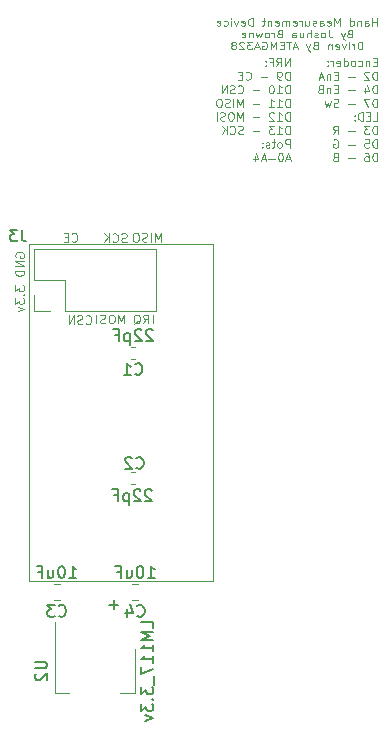
<source format=gbr>
G04 #@! TF.GenerationSoftware,KiCad,Pcbnew,(5.1.4-0-10_14)*
G04 #@! TF.CreationDate,2020-05-04T21:59:13+12:00*
G04 #@! TF.ProjectId,Hand Mesurement Device,48616e64-204d-4657-9375-72656d656e74,rev?*
G04 #@! TF.SameCoordinates,Original*
G04 #@! TF.FileFunction,Legend,Bot*
G04 #@! TF.FilePolarity,Positive*
%FSLAX46Y46*%
G04 Gerber Fmt 4.6, Leading zero omitted, Abs format (unit mm)*
G04 Created by KiCad (PCBNEW (5.1.4-0-10_14)) date 2020-05-04 21:59:13*
%MOMM*%
%LPD*%
G04 APERTURE LIST*
%ADD10C,0.100000*%
%ADD11C,0.120000*%
%ADD12C,0.150000*%
G04 APERTURE END LIST*
D10*
X149693333Y-71341666D02*
X149693333Y-70641666D01*
X149293333Y-71341666D01*
X149293333Y-70641666D01*
X148560000Y-71341666D02*
X148793333Y-71008333D01*
X148960000Y-71341666D02*
X148960000Y-70641666D01*
X148693333Y-70641666D01*
X148626666Y-70675000D01*
X148593333Y-70708333D01*
X148560000Y-70775000D01*
X148560000Y-70875000D01*
X148593333Y-70941666D01*
X148626666Y-70975000D01*
X148693333Y-71008333D01*
X148960000Y-71008333D01*
X148026666Y-70975000D02*
X148260000Y-70975000D01*
X148260000Y-71341666D02*
X148260000Y-70641666D01*
X147926666Y-70641666D01*
X147660000Y-71275000D02*
X147626666Y-71308333D01*
X147660000Y-71341666D01*
X147693333Y-71308333D01*
X147660000Y-71275000D01*
X147660000Y-71341666D01*
X147660000Y-70908333D02*
X147626666Y-70941666D01*
X147660000Y-70975000D01*
X147693333Y-70941666D01*
X147660000Y-70908333D01*
X147660000Y-70975000D01*
X149693333Y-72491666D02*
X149693333Y-71791666D01*
X149526666Y-71791666D01*
X149426666Y-71825000D01*
X149360000Y-71891666D01*
X149326666Y-71958333D01*
X149293333Y-72091666D01*
X149293333Y-72191666D01*
X149326666Y-72325000D01*
X149360000Y-72391666D01*
X149426666Y-72458333D01*
X149526666Y-72491666D01*
X149693333Y-72491666D01*
X148960000Y-72491666D02*
X148826666Y-72491666D01*
X148760000Y-72458333D01*
X148726666Y-72425000D01*
X148660000Y-72325000D01*
X148626666Y-72191666D01*
X148626666Y-71925000D01*
X148660000Y-71858333D01*
X148693333Y-71825000D01*
X148760000Y-71791666D01*
X148893333Y-71791666D01*
X148960000Y-71825000D01*
X148993333Y-71858333D01*
X149026666Y-71925000D01*
X149026666Y-72091666D01*
X148993333Y-72158333D01*
X148960000Y-72191666D01*
X148893333Y-72225000D01*
X148760000Y-72225000D01*
X148693333Y-72191666D01*
X148660000Y-72158333D01*
X148626666Y-72091666D01*
X147793333Y-72225000D02*
X147260000Y-72225000D01*
X145993333Y-72425000D02*
X146026666Y-72458333D01*
X146126666Y-72491666D01*
X146193333Y-72491666D01*
X146293333Y-72458333D01*
X146360000Y-72391666D01*
X146393333Y-72325000D01*
X146426666Y-72191666D01*
X146426666Y-72091666D01*
X146393333Y-71958333D01*
X146360000Y-71891666D01*
X146293333Y-71825000D01*
X146193333Y-71791666D01*
X146126666Y-71791666D01*
X146026666Y-71825000D01*
X145993333Y-71858333D01*
X145693333Y-72125000D02*
X145460000Y-72125000D01*
X145360000Y-72491666D02*
X145693333Y-72491666D01*
X145693333Y-71791666D01*
X145360000Y-71791666D01*
X149693333Y-73641666D02*
X149693333Y-72941666D01*
X149526666Y-72941666D01*
X149426666Y-72975000D01*
X149360000Y-73041666D01*
X149326666Y-73108333D01*
X149293333Y-73241666D01*
X149293333Y-73341666D01*
X149326666Y-73475000D01*
X149360000Y-73541666D01*
X149426666Y-73608333D01*
X149526666Y-73641666D01*
X149693333Y-73641666D01*
X148626666Y-73641666D02*
X149026666Y-73641666D01*
X148826666Y-73641666D02*
X148826666Y-72941666D01*
X148893333Y-73041666D01*
X148960000Y-73108333D01*
X149026666Y-73141666D01*
X148193333Y-72941666D02*
X148126666Y-72941666D01*
X148060000Y-72975000D01*
X148026666Y-73008333D01*
X147993333Y-73075000D01*
X147960000Y-73208333D01*
X147960000Y-73375000D01*
X147993333Y-73508333D01*
X148026666Y-73575000D01*
X148060000Y-73608333D01*
X148126666Y-73641666D01*
X148193333Y-73641666D01*
X148260000Y-73608333D01*
X148293333Y-73575000D01*
X148326666Y-73508333D01*
X148360000Y-73375000D01*
X148360000Y-73208333D01*
X148326666Y-73075000D01*
X148293333Y-73008333D01*
X148260000Y-72975000D01*
X148193333Y-72941666D01*
X147126666Y-73375000D02*
X146593333Y-73375000D01*
X145326666Y-73575000D02*
X145360000Y-73608333D01*
X145460000Y-73641666D01*
X145526666Y-73641666D01*
X145626666Y-73608333D01*
X145693333Y-73541666D01*
X145726666Y-73475000D01*
X145760000Y-73341666D01*
X145760000Y-73241666D01*
X145726666Y-73108333D01*
X145693333Y-73041666D01*
X145626666Y-72975000D01*
X145526666Y-72941666D01*
X145460000Y-72941666D01*
X145360000Y-72975000D01*
X145326666Y-73008333D01*
X145060000Y-73608333D02*
X144960000Y-73641666D01*
X144793333Y-73641666D01*
X144726666Y-73608333D01*
X144693333Y-73575000D01*
X144660000Y-73508333D01*
X144660000Y-73441666D01*
X144693333Y-73375000D01*
X144726666Y-73341666D01*
X144793333Y-73308333D01*
X144926666Y-73275000D01*
X144993333Y-73241666D01*
X145026666Y-73208333D01*
X145060000Y-73141666D01*
X145060000Y-73075000D01*
X145026666Y-73008333D01*
X144993333Y-72975000D01*
X144926666Y-72941666D01*
X144760000Y-72941666D01*
X144660000Y-72975000D01*
X144360000Y-73641666D02*
X144360000Y-72941666D01*
X143960000Y-73641666D01*
X143960000Y-72941666D01*
X149693333Y-74791666D02*
X149693333Y-74091666D01*
X149526666Y-74091666D01*
X149426666Y-74125000D01*
X149360000Y-74191666D01*
X149326666Y-74258333D01*
X149293333Y-74391666D01*
X149293333Y-74491666D01*
X149326666Y-74625000D01*
X149360000Y-74691666D01*
X149426666Y-74758333D01*
X149526666Y-74791666D01*
X149693333Y-74791666D01*
X148626666Y-74791666D02*
X149026666Y-74791666D01*
X148826666Y-74791666D02*
X148826666Y-74091666D01*
X148893333Y-74191666D01*
X148960000Y-74258333D01*
X149026666Y-74291666D01*
X147960000Y-74791666D02*
X148360000Y-74791666D01*
X148160000Y-74791666D02*
X148160000Y-74091666D01*
X148226666Y-74191666D01*
X148293333Y-74258333D01*
X148360000Y-74291666D01*
X147126666Y-74525000D02*
X146593333Y-74525000D01*
X145726666Y-74791666D02*
X145726666Y-74091666D01*
X145493333Y-74591666D01*
X145260000Y-74091666D01*
X145260000Y-74791666D01*
X144926666Y-74791666D02*
X144926666Y-74091666D01*
X144626666Y-74758333D02*
X144526666Y-74791666D01*
X144360000Y-74791666D01*
X144293333Y-74758333D01*
X144260000Y-74725000D01*
X144226666Y-74658333D01*
X144226666Y-74591666D01*
X144260000Y-74525000D01*
X144293333Y-74491666D01*
X144360000Y-74458333D01*
X144493333Y-74425000D01*
X144560000Y-74391666D01*
X144593333Y-74358333D01*
X144626666Y-74291666D01*
X144626666Y-74225000D01*
X144593333Y-74158333D01*
X144560000Y-74125000D01*
X144493333Y-74091666D01*
X144326666Y-74091666D01*
X144226666Y-74125000D01*
X143793333Y-74091666D02*
X143660000Y-74091666D01*
X143593333Y-74125000D01*
X143526666Y-74191666D01*
X143493333Y-74325000D01*
X143493333Y-74558333D01*
X143526666Y-74691666D01*
X143593333Y-74758333D01*
X143660000Y-74791666D01*
X143793333Y-74791666D01*
X143860000Y-74758333D01*
X143926666Y-74691666D01*
X143960000Y-74558333D01*
X143960000Y-74325000D01*
X143926666Y-74191666D01*
X143860000Y-74125000D01*
X143793333Y-74091666D01*
X149693333Y-75941666D02*
X149693333Y-75241666D01*
X149526666Y-75241666D01*
X149426666Y-75275000D01*
X149360000Y-75341666D01*
X149326666Y-75408333D01*
X149293333Y-75541666D01*
X149293333Y-75641666D01*
X149326666Y-75775000D01*
X149360000Y-75841666D01*
X149426666Y-75908333D01*
X149526666Y-75941666D01*
X149693333Y-75941666D01*
X148626666Y-75941666D02*
X149026666Y-75941666D01*
X148826666Y-75941666D02*
X148826666Y-75241666D01*
X148893333Y-75341666D01*
X148960000Y-75408333D01*
X149026666Y-75441666D01*
X148360000Y-75308333D02*
X148326666Y-75275000D01*
X148260000Y-75241666D01*
X148093333Y-75241666D01*
X148026666Y-75275000D01*
X147993333Y-75308333D01*
X147960000Y-75375000D01*
X147960000Y-75441666D01*
X147993333Y-75541666D01*
X148393333Y-75941666D01*
X147960000Y-75941666D01*
X147126666Y-75675000D02*
X146593333Y-75675000D01*
X145726666Y-75941666D02*
X145726666Y-75241666D01*
X145493333Y-75741666D01*
X145260000Y-75241666D01*
X145260000Y-75941666D01*
X144793333Y-75241666D02*
X144660000Y-75241666D01*
X144593333Y-75275000D01*
X144526666Y-75341666D01*
X144493333Y-75475000D01*
X144493333Y-75708333D01*
X144526666Y-75841666D01*
X144593333Y-75908333D01*
X144660000Y-75941666D01*
X144793333Y-75941666D01*
X144860000Y-75908333D01*
X144926666Y-75841666D01*
X144960000Y-75708333D01*
X144960000Y-75475000D01*
X144926666Y-75341666D01*
X144860000Y-75275000D01*
X144793333Y-75241666D01*
X144226666Y-75908333D02*
X144126666Y-75941666D01*
X143960000Y-75941666D01*
X143893333Y-75908333D01*
X143860000Y-75875000D01*
X143826666Y-75808333D01*
X143826666Y-75741666D01*
X143860000Y-75675000D01*
X143893333Y-75641666D01*
X143960000Y-75608333D01*
X144093333Y-75575000D01*
X144160000Y-75541666D01*
X144193333Y-75508333D01*
X144226666Y-75441666D01*
X144226666Y-75375000D01*
X144193333Y-75308333D01*
X144160000Y-75275000D01*
X144093333Y-75241666D01*
X143926666Y-75241666D01*
X143826666Y-75275000D01*
X143526666Y-75941666D02*
X143526666Y-75241666D01*
X149693333Y-77091666D02*
X149693333Y-76391666D01*
X149526666Y-76391666D01*
X149426666Y-76425000D01*
X149360000Y-76491666D01*
X149326666Y-76558333D01*
X149293333Y-76691666D01*
X149293333Y-76791666D01*
X149326666Y-76925000D01*
X149360000Y-76991666D01*
X149426666Y-77058333D01*
X149526666Y-77091666D01*
X149693333Y-77091666D01*
X148626666Y-77091666D02*
X149026666Y-77091666D01*
X148826666Y-77091666D02*
X148826666Y-76391666D01*
X148893333Y-76491666D01*
X148960000Y-76558333D01*
X149026666Y-76591666D01*
X148393333Y-76391666D02*
X147960000Y-76391666D01*
X148193333Y-76658333D01*
X148093333Y-76658333D01*
X148026666Y-76691666D01*
X147993333Y-76725000D01*
X147960000Y-76791666D01*
X147960000Y-76958333D01*
X147993333Y-77025000D01*
X148026666Y-77058333D01*
X148093333Y-77091666D01*
X148293333Y-77091666D01*
X148360000Y-77058333D01*
X148393333Y-77025000D01*
X147126666Y-76825000D02*
X146593333Y-76825000D01*
X145760000Y-77058333D02*
X145660000Y-77091666D01*
X145493333Y-77091666D01*
X145426666Y-77058333D01*
X145393333Y-77025000D01*
X145360000Y-76958333D01*
X145360000Y-76891666D01*
X145393333Y-76825000D01*
X145426666Y-76791666D01*
X145493333Y-76758333D01*
X145626666Y-76725000D01*
X145693333Y-76691666D01*
X145726666Y-76658333D01*
X145760000Y-76591666D01*
X145760000Y-76525000D01*
X145726666Y-76458333D01*
X145693333Y-76425000D01*
X145626666Y-76391666D01*
X145460000Y-76391666D01*
X145360000Y-76425000D01*
X144660000Y-77025000D02*
X144693333Y-77058333D01*
X144793333Y-77091666D01*
X144860000Y-77091666D01*
X144960000Y-77058333D01*
X145026666Y-76991666D01*
X145060000Y-76925000D01*
X145093333Y-76791666D01*
X145093333Y-76691666D01*
X145060000Y-76558333D01*
X145026666Y-76491666D01*
X144960000Y-76425000D01*
X144860000Y-76391666D01*
X144793333Y-76391666D01*
X144693333Y-76425000D01*
X144660000Y-76458333D01*
X144360000Y-77091666D02*
X144360000Y-76391666D01*
X143960000Y-77091666D02*
X144260000Y-76691666D01*
X143960000Y-76391666D02*
X144360000Y-76791666D01*
X149693333Y-78241666D02*
X149693333Y-77541666D01*
X149426666Y-77541666D01*
X149360000Y-77575000D01*
X149326666Y-77608333D01*
X149293333Y-77675000D01*
X149293333Y-77775000D01*
X149326666Y-77841666D01*
X149360000Y-77875000D01*
X149426666Y-77908333D01*
X149693333Y-77908333D01*
X148893333Y-78241666D02*
X148960000Y-78208333D01*
X148993333Y-78175000D01*
X149026666Y-78108333D01*
X149026666Y-77908333D01*
X148993333Y-77841666D01*
X148960000Y-77808333D01*
X148893333Y-77775000D01*
X148793333Y-77775000D01*
X148726666Y-77808333D01*
X148693333Y-77841666D01*
X148660000Y-77908333D01*
X148660000Y-78108333D01*
X148693333Y-78175000D01*
X148726666Y-78208333D01*
X148793333Y-78241666D01*
X148893333Y-78241666D01*
X148460000Y-77775000D02*
X148193333Y-77775000D01*
X148360000Y-77541666D02*
X148360000Y-78141666D01*
X148326666Y-78208333D01*
X148260000Y-78241666D01*
X148193333Y-78241666D01*
X147993333Y-78208333D02*
X147926666Y-78241666D01*
X147793333Y-78241666D01*
X147726666Y-78208333D01*
X147693333Y-78141666D01*
X147693333Y-78108333D01*
X147726666Y-78041666D01*
X147793333Y-78008333D01*
X147893333Y-78008333D01*
X147960000Y-77975000D01*
X147993333Y-77908333D01*
X147993333Y-77875000D01*
X147960000Y-77808333D01*
X147893333Y-77775000D01*
X147793333Y-77775000D01*
X147726666Y-77808333D01*
X147393333Y-78175000D02*
X147360000Y-78208333D01*
X147393333Y-78241666D01*
X147426666Y-78208333D01*
X147393333Y-78175000D01*
X147393333Y-78241666D01*
X147393333Y-77808333D02*
X147360000Y-77841666D01*
X147393333Y-77875000D01*
X147426666Y-77841666D01*
X147393333Y-77808333D01*
X147393333Y-77875000D01*
X149726666Y-79191666D02*
X149393333Y-79191666D01*
X149793333Y-79391666D02*
X149560000Y-78691666D01*
X149326666Y-79391666D01*
X148960000Y-78691666D02*
X148893333Y-78691666D01*
X148826666Y-78725000D01*
X148793333Y-78758333D01*
X148760000Y-78825000D01*
X148726666Y-78958333D01*
X148726666Y-79125000D01*
X148760000Y-79258333D01*
X148793333Y-79325000D01*
X148826666Y-79358333D01*
X148893333Y-79391666D01*
X148960000Y-79391666D01*
X149026666Y-79358333D01*
X149060000Y-79325000D01*
X149093333Y-79258333D01*
X149126666Y-79125000D01*
X149126666Y-78958333D01*
X149093333Y-78825000D01*
X149060000Y-78758333D01*
X149026666Y-78725000D01*
X148960000Y-78691666D01*
X148493333Y-79158333D02*
X147893333Y-79158333D01*
X147660000Y-79191666D02*
X147326666Y-79191666D01*
X147726666Y-79391666D02*
X147493333Y-78691666D01*
X147260000Y-79391666D01*
X146726666Y-78925000D02*
X146726666Y-79391666D01*
X146893333Y-78658333D02*
X147060000Y-79158333D01*
X146626666Y-79158333D01*
X157093333Y-70975000D02*
X156860000Y-70975000D01*
X156760000Y-71341666D02*
X157093333Y-71341666D01*
X157093333Y-70641666D01*
X156760000Y-70641666D01*
X156460000Y-70875000D02*
X156460000Y-71341666D01*
X156460000Y-70941666D02*
X156426666Y-70908333D01*
X156360000Y-70875000D01*
X156260000Y-70875000D01*
X156193333Y-70908333D01*
X156160000Y-70975000D01*
X156160000Y-71341666D01*
X155526666Y-71308333D02*
X155593333Y-71341666D01*
X155726666Y-71341666D01*
X155793333Y-71308333D01*
X155826666Y-71275000D01*
X155860000Y-71208333D01*
X155860000Y-71008333D01*
X155826666Y-70941666D01*
X155793333Y-70908333D01*
X155726666Y-70875000D01*
X155593333Y-70875000D01*
X155526666Y-70908333D01*
X155126666Y-71341666D02*
X155193333Y-71308333D01*
X155226666Y-71275000D01*
X155260000Y-71208333D01*
X155260000Y-71008333D01*
X155226666Y-70941666D01*
X155193333Y-70908333D01*
X155126666Y-70875000D01*
X155026666Y-70875000D01*
X154960000Y-70908333D01*
X154926666Y-70941666D01*
X154893333Y-71008333D01*
X154893333Y-71208333D01*
X154926666Y-71275000D01*
X154960000Y-71308333D01*
X155026666Y-71341666D01*
X155126666Y-71341666D01*
X154293333Y-71341666D02*
X154293333Y-70641666D01*
X154293333Y-71308333D02*
X154360000Y-71341666D01*
X154493333Y-71341666D01*
X154560000Y-71308333D01*
X154593333Y-71275000D01*
X154626666Y-71208333D01*
X154626666Y-71008333D01*
X154593333Y-70941666D01*
X154560000Y-70908333D01*
X154493333Y-70875000D01*
X154360000Y-70875000D01*
X154293333Y-70908333D01*
X153693333Y-71308333D02*
X153760000Y-71341666D01*
X153893333Y-71341666D01*
X153960000Y-71308333D01*
X153993333Y-71241666D01*
X153993333Y-70975000D01*
X153960000Y-70908333D01*
X153893333Y-70875000D01*
X153760000Y-70875000D01*
X153693333Y-70908333D01*
X153660000Y-70975000D01*
X153660000Y-71041666D01*
X153993333Y-71108333D01*
X153360000Y-71341666D02*
X153360000Y-70875000D01*
X153360000Y-71008333D02*
X153326666Y-70941666D01*
X153293333Y-70908333D01*
X153226666Y-70875000D01*
X153160000Y-70875000D01*
X152926666Y-71275000D02*
X152893333Y-71308333D01*
X152926666Y-71341666D01*
X152960000Y-71308333D01*
X152926666Y-71275000D01*
X152926666Y-71341666D01*
X152926666Y-70908333D02*
X152893333Y-70941666D01*
X152926666Y-70975000D01*
X152960000Y-70941666D01*
X152926666Y-70908333D01*
X152926666Y-70975000D01*
X157093333Y-72491666D02*
X157093333Y-71791666D01*
X156926666Y-71791666D01*
X156826666Y-71825000D01*
X156760000Y-71891666D01*
X156726666Y-71958333D01*
X156693333Y-72091666D01*
X156693333Y-72191666D01*
X156726666Y-72325000D01*
X156760000Y-72391666D01*
X156826666Y-72458333D01*
X156926666Y-72491666D01*
X157093333Y-72491666D01*
X156426666Y-71858333D02*
X156393333Y-71825000D01*
X156326666Y-71791666D01*
X156160000Y-71791666D01*
X156093333Y-71825000D01*
X156060000Y-71858333D01*
X156026666Y-71925000D01*
X156026666Y-71991666D01*
X156060000Y-72091666D01*
X156460000Y-72491666D01*
X156026666Y-72491666D01*
X155193333Y-72225000D02*
X154660000Y-72225000D01*
X153793333Y-72125000D02*
X153560000Y-72125000D01*
X153460000Y-72491666D02*
X153793333Y-72491666D01*
X153793333Y-71791666D01*
X153460000Y-71791666D01*
X153160000Y-72025000D02*
X153160000Y-72491666D01*
X153160000Y-72091666D02*
X153126666Y-72058333D01*
X153060000Y-72025000D01*
X152960000Y-72025000D01*
X152893333Y-72058333D01*
X152860000Y-72125000D01*
X152860000Y-72491666D01*
X152560000Y-72291666D02*
X152226666Y-72291666D01*
X152626666Y-72491666D02*
X152393333Y-71791666D01*
X152160000Y-72491666D01*
X157093333Y-73641666D02*
X157093333Y-72941666D01*
X156926666Y-72941666D01*
X156826666Y-72975000D01*
X156760000Y-73041666D01*
X156726666Y-73108333D01*
X156693333Y-73241666D01*
X156693333Y-73341666D01*
X156726666Y-73475000D01*
X156760000Y-73541666D01*
X156826666Y-73608333D01*
X156926666Y-73641666D01*
X157093333Y-73641666D01*
X156093333Y-73175000D02*
X156093333Y-73641666D01*
X156260000Y-72908333D02*
X156426666Y-73408333D01*
X155993333Y-73408333D01*
X155193333Y-73375000D02*
X154660000Y-73375000D01*
X153793333Y-73275000D02*
X153560000Y-73275000D01*
X153460000Y-73641666D02*
X153793333Y-73641666D01*
X153793333Y-72941666D01*
X153460000Y-72941666D01*
X153160000Y-73175000D02*
X153160000Y-73641666D01*
X153160000Y-73241666D02*
X153126666Y-73208333D01*
X153060000Y-73175000D01*
X152960000Y-73175000D01*
X152893333Y-73208333D01*
X152860000Y-73275000D01*
X152860000Y-73641666D01*
X152293333Y-73275000D02*
X152193333Y-73308333D01*
X152160000Y-73341666D01*
X152126666Y-73408333D01*
X152126666Y-73508333D01*
X152160000Y-73575000D01*
X152193333Y-73608333D01*
X152260000Y-73641666D01*
X152526666Y-73641666D01*
X152526666Y-72941666D01*
X152293333Y-72941666D01*
X152226666Y-72975000D01*
X152193333Y-73008333D01*
X152160000Y-73075000D01*
X152160000Y-73141666D01*
X152193333Y-73208333D01*
X152226666Y-73241666D01*
X152293333Y-73275000D01*
X152526666Y-73275000D01*
X157093333Y-74791666D02*
X157093333Y-74091666D01*
X156926666Y-74091666D01*
X156826666Y-74125000D01*
X156760000Y-74191666D01*
X156726666Y-74258333D01*
X156693333Y-74391666D01*
X156693333Y-74491666D01*
X156726666Y-74625000D01*
X156760000Y-74691666D01*
X156826666Y-74758333D01*
X156926666Y-74791666D01*
X157093333Y-74791666D01*
X156460000Y-74091666D02*
X155993333Y-74091666D01*
X156293333Y-74791666D01*
X155193333Y-74525000D02*
X154660000Y-74525000D01*
X153826666Y-74758333D02*
X153726666Y-74791666D01*
X153560000Y-74791666D01*
X153493333Y-74758333D01*
X153460000Y-74725000D01*
X153426666Y-74658333D01*
X153426666Y-74591666D01*
X153460000Y-74525000D01*
X153493333Y-74491666D01*
X153560000Y-74458333D01*
X153693333Y-74425000D01*
X153760000Y-74391666D01*
X153793333Y-74358333D01*
X153826666Y-74291666D01*
X153826666Y-74225000D01*
X153793333Y-74158333D01*
X153760000Y-74125000D01*
X153693333Y-74091666D01*
X153526666Y-74091666D01*
X153426666Y-74125000D01*
X153193333Y-74325000D02*
X153060000Y-74791666D01*
X152926666Y-74458333D01*
X152793333Y-74791666D01*
X152660000Y-74325000D01*
X156760000Y-75941666D02*
X157093333Y-75941666D01*
X157093333Y-75241666D01*
X156526666Y-75575000D02*
X156293333Y-75575000D01*
X156193333Y-75941666D02*
X156526666Y-75941666D01*
X156526666Y-75241666D01*
X156193333Y-75241666D01*
X155893333Y-75941666D02*
X155893333Y-75241666D01*
X155726666Y-75241666D01*
X155626666Y-75275000D01*
X155560000Y-75341666D01*
X155526666Y-75408333D01*
X155493333Y-75541666D01*
X155493333Y-75641666D01*
X155526666Y-75775000D01*
X155560000Y-75841666D01*
X155626666Y-75908333D01*
X155726666Y-75941666D01*
X155893333Y-75941666D01*
X155193333Y-75875000D02*
X155160000Y-75908333D01*
X155193333Y-75941666D01*
X155226666Y-75908333D01*
X155193333Y-75875000D01*
X155193333Y-75941666D01*
X155193333Y-75508333D02*
X155160000Y-75541666D01*
X155193333Y-75575000D01*
X155226666Y-75541666D01*
X155193333Y-75508333D01*
X155193333Y-75575000D01*
X157093333Y-77091666D02*
X157093333Y-76391666D01*
X156926666Y-76391666D01*
X156826666Y-76425000D01*
X156760000Y-76491666D01*
X156726666Y-76558333D01*
X156693333Y-76691666D01*
X156693333Y-76791666D01*
X156726666Y-76925000D01*
X156760000Y-76991666D01*
X156826666Y-77058333D01*
X156926666Y-77091666D01*
X157093333Y-77091666D01*
X156460000Y-76391666D02*
X156026666Y-76391666D01*
X156260000Y-76658333D01*
X156160000Y-76658333D01*
X156093333Y-76691666D01*
X156060000Y-76725000D01*
X156026666Y-76791666D01*
X156026666Y-76958333D01*
X156060000Y-77025000D01*
X156093333Y-77058333D01*
X156160000Y-77091666D01*
X156360000Y-77091666D01*
X156426666Y-77058333D01*
X156460000Y-77025000D01*
X155193333Y-76825000D02*
X154660000Y-76825000D01*
X153393333Y-77091666D02*
X153626666Y-76758333D01*
X153793333Y-77091666D02*
X153793333Y-76391666D01*
X153526666Y-76391666D01*
X153460000Y-76425000D01*
X153426666Y-76458333D01*
X153393333Y-76525000D01*
X153393333Y-76625000D01*
X153426666Y-76691666D01*
X153460000Y-76725000D01*
X153526666Y-76758333D01*
X153793333Y-76758333D01*
X157093333Y-78241666D02*
X157093333Y-77541666D01*
X156926666Y-77541666D01*
X156826666Y-77575000D01*
X156760000Y-77641666D01*
X156726666Y-77708333D01*
X156693333Y-77841666D01*
X156693333Y-77941666D01*
X156726666Y-78075000D01*
X156760000Y-78141666D01*
X156826666Y-78208333D01*
X156926666Y-78241666D01*
X157093333Y-78241666D01*
X156060000Y-77541666D02*
X156393333Y-77541666D01*
X156426666Y-77875000D01*
X156393333Y-77841666D01*
X156326666Y-77808333D01*
X156160000Y-77808333D01*
X156093333Y-77841666D01*
X156060000Y-77875000D01*
X156026666Y-77941666D01*
X156026666Y-78108333D01*
X156060000Y-78175000D01*
X156093333Y-78208333D01*
X156160000Y-78241666D01*
X156326666Y-78241666D01*
X156393333Y-78208333D01*
X156426666Y-78175000D01*
X155193333Y-77975000D02*
X154660000Y-77975000D01*
X153426666Y-77575000D02*
X153493333Y-77541666D01*
X153593333Y-77541666D01*
X153693333Y-77575000D01*
X153760000Y-77641666D01*
X153793333Y-77708333D01*
X153826666Y-77841666D01*
X153826666Y-77941666D01*
X153793333Y-78075000D01*
X153760000Y-78141666D01*
X153693333Y-78208333D01*
X153593333Y-78241666D01*
X153526666Y-78241666D01*
X153426666Y-78208333D01*
X153393333Y-78175000D01*
X153393333Y-77941666D01*
X153526666Y-77941666D01*
X157093333Y-79391666D02*
X157093333Y-78691666D01*
X156926666Y-78691666D01*
X156826666Y-78725000D01*
X156760000Y-78791666D01*
X156726666Y-78858333D01*
X156693333Y-78991666D01*
X156693333Y-79091666D01*
X156726666Y-79225000D01*
X156760000Y-79291666D01*
X156826666Y-79358333D01*
X156926666Y-79391666D01*
X157093333Y-79391666D01*
X156093333Y-78691666D02*
X156226666Y-78691666D01*
X156293333Y-78725000D01*
X156326666Y-78758333D01*
X156393333Y-78858333D01*
X156426666Y-78991666D01*
X156426666Y-79258333D01*
X156393333Y-79325000D01*
X156360000Y-79358333D01*
X156293333Y-79391666D01*
X156160000Y-79391666D01*
X156093333Y-79358333D01*
X156060000Y-79325000D01*
X156026666Y-79258333D01*
X156026666Y-79091666D01*
X156060000Y-79025000D01*
X156093333Y-78991666D01*
X156160000Y-78958333D01*
X156293333Y-78958333D01*
X156360000Y-78991666D01*
X156393333Y-79025000D01*
X156426666Y-79091666D01*
X155193333Y-79125000D02*
X154660000Y-79125000D01*
X153560000Y-79025000D02*
X153460000Y-79058333D01*
X153426666Y-79091666D01*
X153393333Y-79158333D01*
X153393333Y-79258333D01*
X153426666Y-79325000D01*
X153460000Y-79358333D01*
X153526666Y-79391666D01*
X153793333Y-79391666D01*
X153793333Y-78691666D01*
X153560000Y-78691666D01*
X153493333Y-78725000D01*
X153460000Y-78758333D01*
X153426666Y-78825000D01*
X153426666Y-78891666D01*
X153460000Y-78958333D01*
X153493333Y-78991666D01*
X153560000Y-79025000D01*
X153793333Y-79025000D01*
X157108333Y-67896428D02*
X157108333Y-67296428D01*
X157108333Y-67582142D02*
X156708333Y-67582142D01*
X156708333Y-67896428D02*
X156708333Y-67296428D01*
X156075000Y-67896428D02*
X156075000Y-67582142D01*
X156108333Y-67525000D01*
X156175000Y-67496428D01*
X156308333Y-67496428D01*
X156375000Y-67525000D01*
X156075000Y-67867857D02*
X156141666Y-67896428D01*
X156308333Y-67896428D01*
X156375000Y-67867857D01*
X156408333Y-67810714D01*
X156408333Y-67753571D01*
X156375000Y-67696428D01*
X156308333Y-67667857D01*
X156141666Y-67667857D01*
X156075000Y-67639285D01*
X155741666Y-67496428D02*
X155741666Y-67896428D01*
X155741666Y-67553571D02*
X155708333Y-67525000D01*
X155641666Y-67496428D01*
X155541666Y-67496428D01*
X155475000Y-67525000D01*
X155441666Y-67582142D01*
X155441666Y-67896428D01*
X154808333Y-67896428D02*
X154808333Y-67296428D01*
X154808333Y-67867857D02*
X154875000Y-67896428D01*
X155008333Y-67896428D01*
X155075000Y-67867857D01*
X155108333Y-67839285D01*
X155141666Y-67782142D01*
X155141666Y-67610714D01*
X155108333Y-67553571D01*
X155075000Y-67525000D01*
X155008333Y-67496428D01*
X154875000Y-67496428D01*
X154808333Y-67525000D01*
X153941666Y-67896428D02*
X153941666Y-67296428D01*
X153708333Y-67725000D01*
X153475000Y-67296428D01*
X153475000Y-67896428D01*
X152875000Y-67867857D02*
X152941666Y-67896428D01*
X153075000Y-67896428D01*
X153141666Y-67867857D01*
X153175000Y-67810714D01*
X153175000Y-67582142D01*
X153141666Y-67525000D01*
X153075000Y-67496428D01*
X152941666Y-67496428D01*
X152875000Y-67525000D01*
X152841666Y-67582142D01*
X152841666Y-67639285D01*
X153175000Y-67696428D01*
X152241666Y-67896428D02*
X152241666Y-67582142D01*
X152275000Y-67525000D01*
X152341666Y-67496428D01*
X152475000Y-67496428D01*
X152541666Y-67525000D01*
X152241666Y-67867857D02*
X152308333Y-67896428D01*
X152475000Y-67896428D01*
X152541666Y-67867857D01*
X152575000Y-67810714D01*
X152575000Y-67753571D01*
X152541666Y-67696428D01*
X152475000Y-67667857D01*
X152308333Y-67667857D01*
X152241666Y-67639285D01*
X151941666Y-67867857D02*
X151875000Y-67896428D01*
X151741666Y-67896428D01*
X151675000Y-67867857D01*
X151641666Y-67810714D01*
X151641666Y-67782142D01*
X151675000Y-67725000D01*
X151741666Y-67696428D01*
X151841666Y-67696428D01*
X151908333Y-67667857D01*
X151941666Y-67610714D01*
X151941666Y-67582142D01*
X151908333Y-67525000D01*
X151841666Y-67496428D01*
X151741666Y-67496428D01*
X151675000Y-67525000D01*
X151041666Y-67496428D02*
X151041666Y-67896428D01*
X151341666Y-67496428D02*
X151341666Y-67810714D01*
X151308333Y-67867857D01*
X151241666Y-67896428D01*
X151141666Y-67896428D01*
X151075000Y-67867857D01*
X151041666Y-67839285D01*
X150708333Y-67896428D02*
X150708333Y-67496428D01*
X150708333Y-67610714D02*
X150675000Y-67553571D01*
X150641666Y-67525000D01*
X150575000Y-67496428D01*
X150508333Y-67496428D01*
X150008333Y-67867857D02*
X150075000Y-67896428D01*
X150208333Y-67896428D01*
X150275000Y-67867857D01*
X150308333Y-67810714D01*
X150308333Y-67582142D01*
X150275000Y-67525000D01*
X150208333Y-67496428D01*
X150075000Y-67496428D01*
X150008333Y-67525000D01*
X149975000Y-67582142D01*
X149975000Y-67639285D01*
X150308333Y-67696428D01*
X149675000Y-67896428D02*
X149675000Y-67496428D01*
X149675000Y-67553571D02*
X149641666Y-67525000D01*
X149575000Y-67496428D01*
X149475000Y-67496428D01*
X149408333Y-67525000D01*
X149375000Y-67582142D01*
X149375000Y-67896428D01*
X149375000Y-67582142D02*
X149341666Y-67525000D01*
X149275000Y-67496428D01*
X149175000Y-67496428D01*
X149108333Y-67525000D01*
X149075000Y-67582142D01*
X149075000Y-67896428D01*
X148475000Y-67867857D02*
X148541666Y-67896428D01*
X148675000Y-67896428D01*
X148741666Y-67867857D01*
X148775000Y-67810714D01*
X148775000Y-67582142D01*
X148741666Y-67525000D01*
X148675000Y-67496428D01*
X148541666Y-67496428D01*
X148475000Y-67525000D01*
X148441666Y-67582142D01*
X148441666Y-67639285D01*
X148775000Y-67696428D01*
X148141666Y-67496428D02*
X148141666Y-67896428D01*
X148141666Y-67553571D02*
X148108333Y-67525000D01*
X148041666Y-67496428D01*
X147941666Y-67496428D01*
X147875000Y-67525000D01*
X147841666Y-67582142D01*
X147841666Y-67896428D01*
X147608333Y-67496428D02*
X147341666Y-67496428D01*
X147508333Y-67296428D02*
X147508333Y-67810714D01*
X147475000Y-67867857D01*
X147408333Y-67896428D01*
X147341666Y-67896428D01*
X146575000Y-67896428D02*
X146575000Y-67296428D01*
X146408333Y-67296428D01*
X146308333Y-67325000D01*
X146241666Y-67382142D01*
X146208333Y-67439285D01*
X146175000Y-67553571D01*
X146175000Y-67639285D01*
X146208333Y-67753571D01*
X146241666Y-67810714D01*
X146308333Y-67867857D01*
X146408333Y-67896428D01*
X146575000Y-67896428D01*
X145608333Y-67867857D02*
X145675000Y-67896428D01*
X145808333Y-67896428D01*
X145875000Y-67867857D01*
X145908333Y-67810714D01*
X145908333Y-67582142D01*
X145875000Y-67525000D01*
X145808333Y-67496428D01*
X145675000Y-67496428D01*
X145608333Y-67525000D01*
X145575000Y-67582142D01*
X145575000Y-67639285D01*
X145908333Y-67696428D01*
X145341666Y-67496428D02*
X145175000Y-67896428D01*
X145008333Y-67496428D01*
X144741666Y-67896428D02*
X144741666Y-67496428D01*
X144741666Y-67296428D02*
X144775000Y-67325000D01*
X144741666Y-67353571D01*
X144708333Y-67325000D01*
X144741666Y-67296428D01*
X144741666Y-67353571D01*
X144108333Y-67867857D02*
X144175000Y-67896428D01*
X144308333Y-67896428D01*
X144375000Y-67867857D01*
X144408333Y-67839285D01*
X144441666Y-67782142D01*
X144441666Y-67610714D01*
X144408333Y-67553571D01*
X144375000Y-67525000D01*
X144308333Y-67496428D01*
X144175000Y-67496428D01*
X144108333Y-67525000D01*
X143541666Y-67867857D02*
X143608333Y-67896428D01*
X143741666Y-67896428D01*
X143808333Y-67867857D01*
X143841666Y-67810714D01*
X143841666Y-67582142D01*
X143808333Y-67525000D01*
X143741666Y-67496428D01*
X143608333Y-67496428D01*
X143541666Y-67525000D01*
X143508333Y-67582142D01*
X143508333Y-67639285D01*
X143841666Y-67696428D01*
X154758333Y-68582142D02*
X154658333Y-68610714D01*
X154625000Y-68639285D01*
X154591666Y-68696428D01*
X154591666Y-68782142D01*
X154625000Y-68839285D01*
X154658333Y-68867857D01*
X154725000Y-68896428D01*
X154991666Y-68896428D01*
X154991666Y-68296428D01*
X154758333Y-68296428D01*
X154691666Y-68325000D01*
X154658333Y-68353571D01*
X154625000Y-68410714D01*
X154625000Y-68467857D01*
X154658333Y-68525000D01*
X154691666Y-68553571D01*
X154758333Y-68582142D01*
X154991666Y-68582142D01*
X154358333Y-68496428D02*
X154191666Y-68896428D01*
X154025000Y-68496428D02*
X154191666Y-68896428D01*
X154258333Y-69039285D01*
X154291666Y-69067857D01*
X154358333Y-69096428D01*
X153025000Y-68296428D02*
X153025000Y-68725000D01*
X153058333Y-68810714D01*
X153125000Y-68867857D01*
X153225000Y-68896428D01*
X153291666Y-68896428D01*
X152591666Y-68896428D02*
X152658333Y-68867857D01*
X152691666Y-68839285D01*
X152725000Y-68782142D01*
X152725000Y-68610714D01*
X152691666Y-68553571D01*
X152658333Y-68525000D01*
X152591666Y-68496428D01*
X152491666Y-68496428D01*
X152425000Y-68525000D01*
X152391666Y-68553571D01*
X152358333Y-68610714D01*
X152358333Y-68782142D01*
X152391666Y-68839285D01*
X152425000Y-68867857D01*
X152491666Y-68896428D01*
X152591666Y-68896428D01*
X152091666Y-68867857D02*
X152025000Y-68896428D01*
X151891666Y-68896428D01*
X151825000Y-68867857D01*
X151791666Y-68810714D01*
X151791666Y-68782142D01*
X151825000Y-68725000D01*
X151891666Y-68696428D01*
X151991666Y-68696428D01*
X152058333Y-68667857D01*
X152091666Y-68610714D01*
X152091666Y-68582142D01*
X152058333Y-68525000D01*
X151991666Y-68496428D01*
X151891666Y-68496428D01*
X151825000Y-68525000D01*
X151491666Y-68896428D02*
X151491666Y-68296428D01*
X151191666Y-68896428D02*
X151191666Y-68582142D01*
X151225000Y-68525000D01*
X151291666Y-68496428D01*
X151391666Y-68496428D01*
X151458333Y-68525000D01*
X151491666Y-68553571D01*
X150558333Y-68496428D02*
X150558333Y-68896428D01*
X150858333Y-68496428D02*
X150858333Y-68810714D01*
X150825000Y-68867857D01*
X150758333Y-68896428D01*
X150658333Y-68896428D01*
X150591666Y-68867857D01*
X150558333Y-68839285D01*
X149925000Y-68896428D02*
X149925000Y-68582142D01*
X149958333Y-68525000D01*
X150025000Y-68496428D01*
X150158333Y-68496428D01*
X150225000Y-68525000D01*
X149925000Y-68867857D02*
X149991666Y-68896428D01*
X150158333Y-68896428D01*
X150225000Y-68867857D01*
X150258333Y-68810714D01*
X150258333Y-68753571D01*
X150225000Y-68696428D01*
X150158333Y-68667857D01*
X149991666Y-68667857D01*
X149925000Y-68639285D01*
X148825000Y-68582142D02*
X148725000Y-68610714D01*
X148691666Y-68639285D01*
X148658333Y-68696428D01*
X148658333Y-68782142D01*
X148691666Y-68839285D01*
X148725000Y-68867857D01*
X148791666Y-68896428D01*
X149058333Y-68896428D01*
X149058333Y-68296428D01*
X148825000Y-68296428D01*
X148758333Y-68325000D01*
X148725000Y-68353571D01*
X148691666Y-68410714D01*
X148691666Y-68467857D01*
X148725000Y-68525000D01*
X148758333Y-68553571D01*
X148825000Y-68582142D01*
X149058333Y-68582142D01*
X148358333Y-68896428D02*
X148358333Y-68496428D01*
X148358333Y-68610714D02*
X148325000Y-68553571D01*
X148291666Y-68525000D01*
X148225000Y-68496428D01*
X148158333Y-68496428D01*
X147825000Y-68896428D02*
X147891666Y-68867857D01*
X147925000Y-68839285D01*
X147958333Y-68782142D01*
X147958333Y-68610714D01*
X147925000Y-68553571D01*
X147891666Y-68525000D01*
X147825000Y-68496428D01*
X147725000Y-68496428D01*
X147658333Y-68525000D01*
X147625000Y-68553571D01*
X147591666Y-68610714D01*
X147591666Y-68782142D01*
X147625000Y-68839285D01*
X147658333Y-68867857D01*
X147725000Y-68896428D01*
X147825000Y-68896428D01*
X147358333Y-68496428D02*
X147225000Y-68896428D01*
X147091666Y-68610714D01*
X146958333Y-68896428D01*
X146825000Y-68496428D01*
X146558333Y-68496428D02*
X146558333Y-68896428D01*
X146558333Y-68553571D02*
X146525000Y-68525000D01*
X146458333Y-68496428D01*
X146358333Y-68496428D01*
X146291666Y-68525000D01*
X146258333Y-68582142D01*
X146258333Y-68896428D01*
X145658333Y-68867857D02*
X145725000Y-68896428D01*
X145858333Y-68896428D01*
X145925000Y-68867857D01*
X145958333Y-68810714D01*
X145958333Y-68582142D01*
X145925000Y-68525000D01*
X145858333Y-68496428D01*
X145725000Y-68496428D01*
X145658333Y-68525000D01*
X145625000Y-68582142D01*
X145625000Y-68639285D01*
X145958333Y-68696428D01*
X155858333Y-69896428D02*
X155858333Y-69296428D01*
X155691666Y-69296428D01*
X155591666Y-69325000D01*
X155525000Y-69382142D01*
X155491666Y-69439285D01*
X155458333Y-69553571D01*
X155458333Y-69639285D01*
X155491666Y-69753571D01*
X155525000Y-69810714D01*
X155591666Y-69867857D01*
X155691666Y-69896428D01*
X155858333Y-69896428D01*
X155158333Y-69896428D02*
X155158333Y-69496428D01*
X155158333Y-69610714D02*
X155125000Y-69553571D01*
X155091666Y-69525000D01*
X155025000Y-69496428D01*
X154958333Y-69496428D01*
X154725000Y-69896428D02*
X154725000Y-69496428D01*
X154725000Y-69296428D02*
X154758333Y-69325000D01*
X154725000Y-69353571D01*
X154691666Y-69325000D01*
X154725000Y-69296428D01*
X154725000Y-69353571D01*
X154458333Y-69496428D02*
X154291666Y-69896428D01*
X154125000Y-69496428D01*
X153591666Y-69867857D02*
X153658333Y-69896428D01*
X153791666Y-69896428D01*
X153858333Y-69867857D01*
X153891666Y-69810714D01*
X153891666Y-69582142D01*
X153858333Y-69525000D01*
X153791666Y-69496428D01*
X153658333Y-69496428D01*
X153591666Y-69525000D01*
X153558333Y-69582142D01*
X153558333Y-69639285D01*
X153891666Y-69696428D01*
X153258333Y-69496428D02*
X153258333Y-69896428D01*
X153258333Y-69553571D02*
X153225000Y-69525000D01*
X153158333Y-69496428D01*
X153058333Y-69496428D01*
X152991666Y-69525000D01*
X152958333Y-69582142D01*
X152958333Y-69896428D01*
X151858333Y-69582142D02*
X151758333Y-69610714D01*
X151725000Y-69639285D01*
X151691666Y-69696428D01*
X151691666Y-69782142D01*
X151725000Y-69839285D01*
X151758333Y-69867857D01*
X151825000Y-69896428D01*
X152091666Y-69896428D01*
X152091666Y-69296428D01*
X151858333Y-69296428D01*
X151791666Y-69325000D01*
X151758333Y-69353571D01*
X151725000Y-69410714D01*
X151725000Y-69467857D01*
X151758333Y-69525000D01*
X151791666Y-69553571D01*
X151858333Y-69582142D01*
X152091666Y-69582142D01*
X151458333Y-69496428D02*
X151291666Y-69896428D01*
X151125000Y-69496428D02*
X151291666Y-69896428D01*
X151358333Y-70039285D01*
X151391666Y-70067857D01*
X151458333Y-70096428D01*
X150358333Y-69725000D02*
X150025000Y-69725000D01*
X150425000Y-69896428D02*
X150191666Y-69296428D01*
X149958333Y-69896428D01*
X149825000Y-69296428D02*
X149425000Y-69296428D01*
X149625000Y-69896428D02*
X149625000Y-69296428D01*
X149191666Y-69582142D02*
X148958333Y-69582142D01*
X148858333Y-69896428D02*
X149191666Y-69896428D01*
X149191666Y-69296428D01*
X148858333Y-69296428D01*
X148558333Y-69896428D02*
X148558333Y-69296428D01*
X148325000Y-69725000D01*
X148091666Y-69296428D01*
X148091666Y-69896428D01*
X147391666Y-69325000D02*
X147458333Y-69296428D01*
X147558333Y-69296428D01*
X147658333Y-69325000D01*
X147725000Y-69382142D01*
X147758333Y-69439285D01*
X147791666Y-69553571D01*
X147791666Y-69639285D01*
X147758333Y-69753571D01*
X147725000Y-69810714D01*
X147658333Y-69867857D01*
X147558333Y-69896428D01*
X147491666Y-69896428D01*
X147391666Y-69867857D01*
X147358333Y-69839285D01*
X147358333Y-69639285D01*
X147491666Y-69639285D01*
X147091666Y-69725000D02*
X146758333Y-69725000D01*
X147158333Y-69896428D02*
X146925000Y-69296428D01*
X146691666Y-69896428D01*
X146525000Y-69296428D02*
X146091666Y-69296428D01*
X146325000Y-69525000D01*
X146225000Y-69525000D01*
X146158333Y-69553571D01*
X146125000Y-69582142D01*
X146091666Y-69639285D01*
X146091666Y-69782142D01*
X146125000Y-69839285D01*
X146158333Y-69867857D01*
X146225000Y-69896428D01*
X146425000Y-69896428D01*
X146491666Y-69867857D01*
X146525000Y-69839285D01*
X145825000Y-69353571D02*
X145791666Y-69325000D01*
X145725000Y-69296428D01*
X145558333Y-69296428D01*
X145491666Y-69325000D01*
X145458333Y-69353571D01*
X145425000Y-69410714D01*
X145425000Y-69467857D01*
X145458333Y-69553571D01*
X145858333Y-69896428D01*
X145425000Y-69896428D01*
X145025000Y-69553571D02*
X145091666Y-69525000D01*
X145125000Y-69496428D01*
X145158333Y-69439285D01*
X145158333Y-69410714D01*
X145125000Y-69353571D01*
X145091666Y-69325000D01*
X145025000Y-69296428D01*
X144891666Y-69296428D01*
X144825000Y-69325000D01*
X144791666Y-69353571D01*
X144758333Y-69410714D01*
X144758333Y-69439285D01*
X144791666Y-69496428D01*
X144825000Y-69525000D01*
X144891666Y-69553571D01*
X145025000Y-69553571D01*
X145091666Y-69582142D01*
X145125000Y-69610714D01*
X145158333Y-69667857D01*
X145158333Y-69782142D01*
X145125000Y-69839285D01*
X145091666Y-69867857D01*
X145025000Y-69896428D01*
X144891666Y-69896428D01*
X144825000Y-69867857D01*
X144791666Y-69839285D01*
X144758333Y-69782142D01*
X144758333Y-69667857D01*
X144791666Y-69610714D01*
X144825000Y-69582142D01*
X144891666Y-69553571D01*
X138092857Y-93114285D02*
X138092857Y-92364285D01*
X137307142Y-93114285D02*
X137557142Y-92757142D01*
X137735714Y-93114285D02*
X137735714Y-92364285D01*
X137450000Y-92364285D01*
X137378571Y-92400000D01*
X137342857Y-92435714D01*
X137307142Y-92507142D01*
X137307142Y-92614285D01*
X137342857Y-92685714D01*
X137378571Y-92721428D01*
X137450000Y-92757142D01*
X137735714Y-92757142D01*
X136485714Y-93185714D02*
X136557142Y-93150000D01*
X136628571Y-93078571D01*
X136735714Y-92971428D01*
X136807142Y-92935714D01*
X136878571Y-92935714D01*
X136842857Y-93114285D02*
X136914285Y-93078571D01*
X136985714Y-93007142D01*
X137021428Y-92864285D01*
X137021428Y-92614285D01*
X136985714Y-92471428D01*
X136914285Y-92400000D01*
X136842857Y-92364285D01*
X136700000Y-92364285D01*
X136628571Y-92400000D01*
X136557142Y-92471428D01*
X136521428Y-92614285D01*
X136521428Y-92864285D01*
X136557142Y-93007142D01*
X136628571Y-93078571D01*
X136700000Y-93114285D01*
X136842857Y-93114285D01*
X135703571Y-93114285D02*
X135703571Y-92364285D01*
X135453571Y-92900000D01*
X135203571Y-92364285D01*
X135203571Y-93114285D01*
X134703571Y-92364285D02*
X134560714Y-92364285D01*
X134489285Y-92400000D01*
X134417857Y-92471428D01*
X134382142Y-92614285D01*
X134382142Y-92864285D01*
X134417857Y-93007142D01*
X134489285Y-93078571D01*
X134560714Y-93114285D01*
X134703571Y-93114285D01*
X134775000Y-93078571D01*
X134846428Y-93007142D01*
X134882142Y-92864285D01*
X134882142Y-92614285D01*
X134846428Y-92471428D01*
X134775000Y-92400000D01*
X134703571Y-92364285D01*
X134096428Y-93078571D02*
X133989285Y-93114285D01*
X133810714Y-93114285D01*
X133739285Y-93078571D01*
X133703571Y-93042857D01*
X133667857Y-92971428D01*
X133667857Y-92900000D01*
X133703571Y-92828571D01*
X133739285Y-92792857D01*
X133810714Y-92757142D01*
X133953571Y-92721428D01*
X134025000Y-92685714D01*
X134060714Y-92650000D01*
X134096428Y-92578571D01*
X134096428Y-92507142D01*
X134060714Y-92435714D01*
X134025000Y-92400000D01*
X133953571Y-92364285D01*
X133775000Y-92364285D01*
X133667857Y-92400000D01*
X133346428Y-93114285D02*
X133346428Y-92364285D01*
X138828571Y-86214285D02*
X138828571Y-85464285D01*
X138578571Y-86000000D01*
X138328571Y-85464285D01*
X138328571Y-86214285D01*
X137971428Y-86214285D02*
X137971428Y-85464285D01*
X137650000Y-86178571D02*
X137542857Y-86214285D01*
X137364285Y-86214285D01*
X137292857Y-86178571D01*
X137257142Y-86142857D01*
X137221428Y-86071428D01*
X137221428Y-86000000D01*
X137257142Y-85928571D01*
X137292857Y-85892857D01*
X137364285Y-85857142D01*
X137507142Y-85821428D01*
X137578571Y-85785714D01*
X137614285Y-85750000D01*
X137650000Y-85678571D01*
X137650000Y-85607142D01*
X137614285Y-85535714D01*
X137578571Y-85500000D01*
X137507142Y-85464285D01*
X137328571Y-85464285D01*
X137221428Y-85500000D01*
X136757142Y-85464285D02*
X136614285Y-85464285D01*
X136542857Y-85500000D01*
X136471428Y-85571428D01*
X136435714Y-85714285D01*
X136435714Y-85964285D01*
X136471428Y-86107142D01*
X136542857Y-86178571D01*
X136614285Y-86214285D01*
X136757142Y-86214285D01*
X136828571Y-86178571D01*
X136900000Y-86107142D01*
X136935714Y-85964285D01*
X136935714Y-85714285D01*
X136900000Y-85571428D01*
X136828571Y-85500000D01*
X136757142Y-85464285D01*
X132442857Y-93092857D02*
X132478571Y-93128571D01*
X132585714Y-93164285D01*
X132657142Y-93164285D01*
X132764285Y-93128571D01*
X132835714Y-93057142D01*
X132871428Y-92985714D01*
X132907142Y-92842857D01*
X132907142Y-92735714D01*
X132871428Y-92592857D01*
X132835714Y-92521428D01*
X132764285Y-92450000D01*
X132657142Y-92414285D01*
X132585714Y-92414285D01*
X132478571Y-92450000D01*
X132442857Y-92485714D01*
X132157142Y-93128571D02*
X132050000Y-93164285D01*
X131871428Y-93164285D01*
X131800000Y-93128571D01*
X131764285Y-93092857D01*
X131728571Y-93021428D01*
X131728571Y-92950000D01*
X131764285Y-92878571D01*
X131800000Y-92842857D01*
X131871428Y-92807142D01*
X132014285Y-92771428D01*
X132085714Y-92735714D01*
X132121428Y-92700000D01*
X132157142Y-92628571D01*
X132157142Y-92557142D01*
X132121428Y-92485714D01*
X132085714Y-92450000D01*
X132014285Y-92414285D01*
X131835714Y-92414285D01*
X131728571Y-92450000D01*
X131407142Y-93164285D02*
X131407142Y-92414285D01*
X130978571Y-93164285D01*
X130978571Y-92414285D01*
X135889285Y-86203571D02*
X135782142Y-86239285D01*
X135603571Y-86239285D01*
X135532142Y-86203571D01*
X135496428Y-86167857D01*
X135460714Y-86096428D01*
X135460714Y-86025000D01*
X135496428Y-85953571D01*
X135532142Y-85917857D01*
X135603571Y-85882142D01*
X135746428Y-85846428D01*
X135817857Y-85810714D01*
X135853571Y-85775000D01*
X135889285Y-85703571D01*
X135889285Y-85632142D01*
X135853571Y-85560714D01*
X135817857Y-85525000D01*
X135746428Y-85489285D01*
X135567857Y-85489285D01*
X135460714Y-85525000D01*
X134710714Y-86167857D02*
X134746428Y-86203571D01*
X134853571Y-86239285D01*
X134925000Y-86239285D01*
X135032142Y-86203571D01*
X135103571Y-86132142D01*
X135139285Y-86060714D01*
X135175000Y-85917857D01*
X135175000Y-85810714D01*
X135139285Y-85667857D01*
X135103571Y-85596428D01*
X135032142Y-85525000D01*
X134925000Y-85489285D01*
X134853571Y-85489285D01*
X134746428Y-85525000D01*
X134710714Y-85560714D01*
X134389285Y-86239285D02*
X134389285Y-85489285D01*
X133960714Y-86239285D02*
X134282142Y-85810714D01*
X133960714Y-85489285D02*
X134389285Y-85917857D01*
X131257142Y-86142857D02*
X131292857Y-86178571D01*
X131400000Y-86214285D01*
X131471428Y-86214285D01*
X131578571Y-86178571D01*
X131650000Y-86107142D01*
X131685714Y-86035714D01*
X131721428Y-85892857D01*
X131721428Y-85785714D01*
X131685714Y-85642857D01*
X131650000Y-85571428D01*
X131578571Y-85500000D01*
X131471428Y-85464285D01*
X131400000Y-85464285D01*
X131292857Y-85500000D01*
X131257142Y-85535714D01*
X130935714Y-85821428D02*
X130685714Y-85821428D01*
X130578571Y-86214285D02*
X130935714Y-86214285D01*
X130935714Y-85464285D01*
X130578571Y-85464285D01*
X126464285Y-89903571D02*
X126464285Y-90367857D01*
X126750000Y-90117857D01*
X126750000Y-90225000D01*
X126785714Y-90296428D01*
X126821428Y-90332142D01*
X126892857Y-90367857D01*
X127071428Y-90367857D01*
X127142857Y-90332142D01*
X127178571Y-90296428D01*
X127214285Y-90225000D01*
X127214285Y-90010714D01*
X127178571Y-89939285D01*
X127142857Y-89903571D01*
X127142857Y-90689285D02*
X127178571Y-90725000D01*
X127214285Y-90689285D01*
X127178571Y-90653571D01*
X127142857Y-90689285D01*
X127214285Y-90689285D01*
X126464285Y-90975000D02*
X126464285Y-91439285D01*
X126750000Y-91189285D01*
X126750000Y-91296428D01*
X126785714Y-91367857D01*
X126821428Y-91403571D01*
X126892857Y-91439285D01*
X127071428Y-91439285D01*
X127142857Y-91403571D01*
X127178571Y-91367857D01*
X127214285Y-91296428D01*
X127214285Y-91082142D01*
X127178571Y-91010714D01*
X127142857Y-90975000D01*
X126714285Y-91689285D02*
X127214285Y-91867857D01*
X126714285Y-92046428D01*
X126500000Y-87503571D02*
X126464285Y-87432142D01*
X126464285Y-87325000D01*
X126500000Y-87217857D01*
X126571428Y-87146428D01*
X126642857Y-87110714D01*
X126785714Y-87075000D01*
X126892857Y-87075000D01*
X127035714Y-87110714D01*
X127107142Y-87146428D01*
X127178571Y-87217857D01*
X127214285Y-87325000D01*
X127214285Y-87396428D01*
X127178571Y-87503571D01*
X127142857Y-87539285D01*
X126892857Y-87539285D01*
X126892857Y-87396428D01*
X127214285Y-87860714D02*
X126464285Y-87860714D01*
X127214285Y-88289285D01*
X126464285Y-88289285D01*
X127214285Y-88646428D02*
X126464285Y-88646428D01*
X126464285Y-88825000D01*
X126500000Y-88932142D01*
X126571428Y-89003571D01*
X126642857Y-89039285D01*
X126785714Y-89075000D01*
X126892857Y-89075000D01*
X127035714Y-89039285D01*
X127107142Y-89003571D01*
X127178571Y-88932142D01*
X127214285Y-88825000D01*
X127214285Y-88646428D01*
D11*
X128070000Y-86830000D02*
X128070000Y-89430000D01*
X128070000Y-86830000D02*
X138350000Y-86830000D01*
X138350000Y-86830000D02*
X138350000Y-92030000D01*
X130670000Y-92030000D02*
X138350000Y-92030000D01*
X130670000Y-89430000D02*
X130670000Y-92030000D01*
X128070000Y-89430000D02*
X130670000Y-89430000D01*
X128070000Y-92030000D02*
X129400000Y-92030000D01*
X128070000Y-90700000D02*
X128070000Y-92030000D01*
X127622000Y-86382000D02*
X127622000Y-114893500D01*
X127622000Y-86382000D02*
X143179500Y-86382000D01*
X143179500Y-86382000D02*
X143179500Y-114893500D01*
X143179500Y-114893500D02*
X127622000Y-114893500D01*
X136368749Y-116560000D02*
X136891253Y-116560000D01*
X136368749Y-115140000D02*
X136891253Y-115140000D01*
X136282066Y-96110000D02*
X136624600Y-96110000D01*
X136282066Y-95090000D02*
X136624600Y-95090000D01*
X136282066Y-105730000D02*
X136624600Y-105730000D01*
X136282066Y-106750000D02*
X136624600Y-106750000D01*
X136615000Y-124435000D02*
X135355000Y-124435000D01*
X129795000Y-124435000D02*
X131055000Y-124435000D01*
X136615000Y-120675000D02*
X136615000Y-124435000D01*
X129795000Y-118425000D02*
X129795000Y-124435000D01*
X129718747Y-116560000D02*
X130241251Y-116560000D01*
X129718747Y-115140000D02*
X130241251Y-115140000D01*
D12*
X127033333Y-85177380D02*
X127033333Y-85891666D01*
X127080952Y-86034523D01*
X127176190Y-86129761D01*
X127319047Y-86177380D01*
X127414285Y-86177380D01*
X126652380Y-85177380D02*
X126033333Y-85177380D01*
X126366666Y-85558333D01*
X126223809Y-85558333D01*
X126128571Y-85605952D01*
X126080952Y-85653571D01*
X126033333Y-85748809D01*
X126033333Y-85986904D01*
X126080952Y-86082142D01*
X126128571Y-86129761D01*
X126223809Y-86177380D01*
X126509523Y-86177380D01*
X126604761Y-86129761D01*
X126652380Y-86082142D01*
X136796667Y-117857142D02*
X136844286Y-117904761D01*
X136987143Y-117952380D01*
X137082381Y-117952380D01*
X137225239Y-117904761D01*
X137320477Y-117809523D01*
X137368096Y-117714285D01*
X137415715Y-117523809D01*
X137415715Y-117380952D01*
X137368096Y-117190476D01*
X137320477Y-117095238D01*
X137225239Y-117000000D01*
X137082381Y-116952380D01*
X136987143Y-116952380D01*
X136844286Y-117000000D01*
X136796667Y-117047619D01*
X135939524Y-117285714D02*
X135939524Y-117952380D01*
X136177620Y-116904761D02*
X136415715Y-117619047D01*
X135796667Y-117619047D01*
X137701429Y-114652380D02*
X138272858Y-114652380D01*
X137987143Y-114652380D02*
X137987143Y-113652380D01*
X138082381Y-113795238D01*
X138177620Y-113890476D01*
X138272858Y-113938095D01*
X137082381Y-113652380D02*
X136987143Y-113652380D01*
X136891905Y-113700000D01*
X136844286Y-113747619D01*
X136796667Y-113842857D01*
X136749048Y-114033333D01*
X136749048Y-114271428D01*
X136796667Y-114461904D01*
X136844286Y-114557142D01*
X136891905Y-114604761D01*
X136987143Y-114652380D01*
X137082381Y-114652380D01*
X137177620Y-114604761D01*
X137225239Y-114557142D01*
X137272858Y-114461904D01*
X137320477Y-114271428D01*
X137320477Y-114033333D01*
X137272858Y-113842857D01*
X137225239Y-113747619D01*
X137177620Y-113700000D01*
X137082381Y-113652380D01*
X135891905Y-113985714D02*
X135891905Y-114652380D01*
X136320477Y-113985714D02*
X136320477Y-114509523D01*
X136272858Y-114604761D01*
X136177620Y-114652380D01*
X136034762Y-114652380D01*
X135939524Y-114604761D01*
X135891905Y-114557142D01*
X135082381Y-114128571D02*
X135415715Y-114128571D01*
X135415715Y-114652380D02*
X135415715Y-113652380D01*
X134939524Y-113652380D01*
X135169453Y-116937428D02*
X134407548Y-116937428D01*
X134788501Y-117318380D02*
X134788501Y-116556476D01*
X136619999Y-97387142D02*
X136667618Y-97434761D01*
X136810475Y-97482380D01*
X136905713Y-97482380D01*
X137048571Y-97434761D01*
X137143809Y-97339523D01*
X137191428Y-97244285D01*
X137239047Y-97053809D01*
X137239047Y-96910952D01*
X137191428Y-96720476D01*
X137143809Y-96625238D01*
X137048571Y-96530000D01*
X136905713Y-96482380D01*
X136810475Y-96482380D01*
X136667618Y-96530000D01*
X136619999Y-96577619D01*
X135667618Y-97482380D02*
X136239047Y-97482380D01*
X135953333Y-97482380D02*
X135953333Y-96482380D01*
X136048571Y-96625238D01*
X136143809Y-96720476D01*
X136239047Y-96768095D01*
X138096190Y-93717619D02*
X138048571Y-93670000D01*
X137953333Y-93622380D01*
X137715237Y-93622380D01*
X137619999Y-93670000D01*
X137572380Y-93717619D01*
X137524761Y-93812857D01*
X137524761Y-93908095D01*
X137572380Y-94050952D01*
X138143809Y-94622380D01*
X137524761Y-94622380D01*
X137143809Y-93717619D02*
X137096190Y-93670000D01*
X137000952Y-93622380D01*
X136762856Y-93622380D01*
X136667618Y-93670000D01*
X136619999Y-93717619D01*
X136572380Y-93812857D01*
X136572380Y-93908095D01*
X136619999Y-94050952D01*
X137191428Y-94622380D01*
X136572380Y-94622380D01*
X136143809Y-93955714D02*
X136143809Y-94955714D01*
X136143809Y-94003333D02*
X136048571Y-93955714D01*
X135858094Y-93955714D01*
X135762856Y-94003333D01*
X135715237Y-94050952D01*
X135667618Y-94146190D01*
X135667618Y-94431904D01*
X135715237Y-94527142D01*
X135762856Y-94574761D01*
X135858094Y-94622380D01*
X136048571Y-94622380D01*
X136143809Y-94574761D01*
X134905713Y-94098571D02*
X135239047Y-94098571D01*
X135239047Y-94622380D02*
X135239047Y-93622380D01*
X134762856Y-93622380D01*
X136716666Y-105332142D02*
X136764285Y-105379761D01*
X136907142Y-105427380D01*
X137002380Y-105427380D01*
X137145238Y-105379761D01*
X137240476Y-105284523D01*
X137288095Y-105189285D01*
X137335714Y-104998809D01*
X137335714Y-104855952D01*
X137288095Y-104665476D01*
X137240476Y-104570238D01*
X137145238Y-104475000D01*
X137002380Y-104427380D01*
X136907142Y-104427380D01*
X136764285Y-104475000D01*
X136716666Y-104522619D01*
X136335714Y-104522619D02*
X136288095Y-104475000D01*
X136192857Y-104427380D01*
X135954761Y-104427380D01*
X135859523Y-104475000D01*
X135811904Y-104522619D01*
X135764285Y-104617857D01*
X135764285Y-104713095D01*
X135811904Y-104855952D01*
X136383333Y-105427380D01*
X135764285Y-105427380D01*
X138017857Y-107272619D02*
X137970238Y-107225000D01*
X137875000Y-107177380D01*
X137636904Y-107177380D01*
X137541666Y-107225000D01*
X137494047Y-107272619D01*
X137446428Y-107367857D01*
X137446428Y-107463095D01*
X137494047Y-107605952D01*
X138065476Y-108177380D01*
X137446428Y-108177380D01*
X137065476Y-107272619D02*
X137017857Y-107225000D01*
X136922619Y-107177380D01*
X136684523Y-107177380D01*
X136589285Y-107225000D01*
X136541666Y-107272619D01*
X136494047Y-107367857D01*
X136494047Y-107463095D01*
X136541666Y-107605952D01*
X137113095Y-108177380D01*
X136494047Y-108177380D01*
X136065476Y-107510714D02*
X136065476Y-108510714D01*
X136065476Y-107558333D02*
X135970238Y-107510714D01*
X135779761Y-107510714D01*
X135684523Y-107558333D01*
X135636904Y-107605952D01*
X135589285Y-107701190D01*
X135589285Y-107986904D01*
X135636904Y-108082142D01*
X135684523Y-108129761D01*
X135779761Y-108177380D01*
X135970238Y-108177380D01*
X136065476Y-108129761D01*
X134827380Y-107653571D02*
X135160714Y-107653571D01*
X135160714Y-108177380D02*
X135160714Y-107177380D01*
X134684523Y-107177380D01*
X128157380Y-121763095D02*
X128966904Y-121763095D01*
X129062142Y-121810714D01*
X129109761Y-121858333D01*
X129157380Y-121953571D01*
X129157380Y-122144047D01*
X129109761Y-122239285D01*
X129062142Y-122286904D01*
X128966904Y-122334523D01*
X128157380Y-122334523D01*
X128252619Y-122763095D02*
X128205000Y-122810714D01*
X128157380Y-122905952D01*
X128157380Y-123144047D01*
X128205000Y-123239285D01*
X128252619Y-123286904D01*
X128347857Y-123334523D01*
X128443095Y-123334523D01*
X128585952Y-123286904D01*
X129157380Y-122715476D01*
X129157380Y-123334523D01*
X138157380Y-118882142D02*
X138157380Y-118405952D01*
X137157380Y-118405952D01*
X138157380Y-119215476D02*
X137157380Y-119215476D01*
X137871666Y-119548809D01*
X137157380Y-119882142D01*
X138157380Y-119882142D01*
X138157380Y-120882142D02*
X138157380Y-120310714D01*
X138157380Y-120596428D02*
X137157380Y-120596428D01*
X137300238Y-120501190D01*
X137395476Y-120405952D01*
X137443095Y-120310714D01*
X138157380Y-121834523D02*
X138157380Y-121263095D01*
X138157380Y-121548809D02*
X137157380Y-121548809D01*
X137300238Y-121453571D01*
X137395476Y-121358333D01*
X137443095Y-121263095D01*
X137157380Y-122167857D02*
X137157380Y-122834523D01*
X138157380Y-122405952D01*
X138252619Y-122977380D02*
X138252619Y-123739285D01*
X137157380Y-123882142D02*
X137157380Y-124501190D01*
X137538333Y-124167857D01*
X137538333Y-124310714D01*
X137585952Y-124405952D01*
X137633571Y-124453571D01*
X137728809Y-124501190D01*
X137966904Y-124501190D01*
X138062142Y-124453571D01*
X138109761Y-124405952D01*
X138157380Y-124310714D01*
X138157380Y-124025000D01*
X138109761Y-123929761D01*
X138062142Y-123882142D01*
X138062142Y-124929761D02*
X138109761Y-124977380D01*
X138157380Y-124929761D01*
X138109761Y-124882142D01*
X138062142Y-124929761D01*
X138157380Y-124929761D01*
X137157380Y-125310714D02*
X137157380Y-125929761D01*
X137538333Y-125596428D01*
X137538333Y-125739285D01*
X137585952Y-125834523D01*
X137633571Y-125882142D01*
X137728809Y-125929761D01*
X137966904Y-125929761D01*
X138062142Y-125882142D01*
X138109761Y-125834523D01*
X138157380Y-125739285D01*
X138157380Y-125453571D01*
X138109761Y-125358333D01*
X138062142Y-125310714D01*
X137490714Y-126263095D02*
X138157380Y-126501190D01*
X137490714Y-126739285D01*
X130146665Y-117857142D02*
X130194284Y-117904761D01*
X130337141Y-117952380D01*
X130432379Y-117952380D01*
X130575237Y-117904761D01*
X130670475Y-117809523D01*
X130718094Y-117714285D01*
X130765713Y-117523809D01*
X130765713Y-117380952D01*
X130718094Y-117190476D01*
X130670475Y-117095238D01*
X130575237Y-117000000D01*
X130432379Y-116952380D01*
X130337141Y-116952380D01*
X130194284Y-117000000D01*
X130146665Y-117047619D01*
X129813332Y-116952380D02*
X129194284Y-116952380D01*
X129527618Y-117333333D01*
X129384760Y-117333333D01*
X129289522Y-117380952D01*
X129241903Y-117428571D01*
X129194284Y-117523809D01*
X129194284Y-117761904D01*
X129241903Y-117857142D01*
X129289522Y-117904761D01*
X129384760Y-117952380D01*
X129670475Y-117952380D01*
X129765713Y-117904761D01*
X129813332Y-117857142D01*
X131051427Y-114652380D02*
X131622856Y-114652380D01*
X131337141Y-114652380D02*
X131337141Y-113652380D01*
X131432379Y-113795238D01*
X131527618Y-113890476D01*
X131622856Y-113938095D01*
X130432379Y-113652380D02*
X130337141Y-113652380D01*
X130241903Y-113700000D01*
X130194284Y-113747619D01*
X130146665Y-113842857D01*
X130099046Y-114033333D01*
X130099046Y-114271428D01*
X130146665Y-114461904D01*
X130194284Y-114557142D01*
X130241903Y-114604761D01*
X130337141Y-114652380D01*
X130432379Y-114652380D01*
X130527618Y-114604761D01*
X130575237Y-114557142D01*
X130622856Y-114461904D01*
X130670475Y-114271428D01*
X130670475Y-114033333D01*
X130622856Y-113842857D01*
X130575237Y-113747619D01*
X130527618Y-113700000D01*
X130432379Y-113652380D01*
X129241903Y-113985714D02*
X129241903Y-114652380D01*
X129670475Y-113985714D02*
X129670475Y-114509523D01*
X129622856Y-114604761D01*
X129527618Y-114652380D01*
X129384760Y-114652380D01*
X129289522Y-114604761D01*
X129241903Y-114557142D01*
X128432379Y-114128571D02*
X128765713Y-114128571D01*
X128765713Y-114652380D02*
X128765713Y-113652380D01*
X128289522Y-113652380D01*
M02*

</source>
